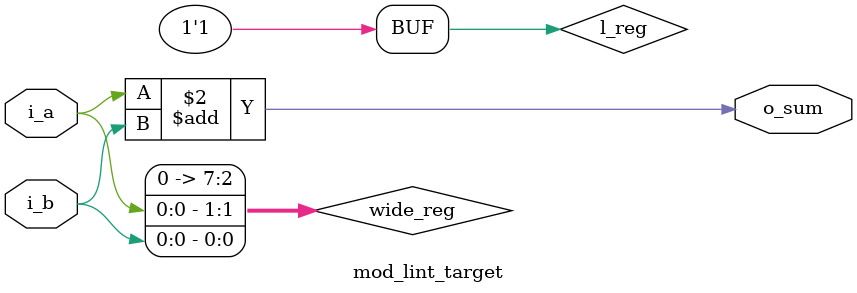
<source format=sv>
module mod_lint_target (
    input wire i_a,
    input wire i_b,
    output logic o_sum
);
    logic l_reg;
    logic [7:0] wide_reg;
    always_comb begin
        l_reg = 1;
        wide_reg = {i_a, i_b};
    end
    assign o_sum = i_a + i_b;
endmodule


</source>
